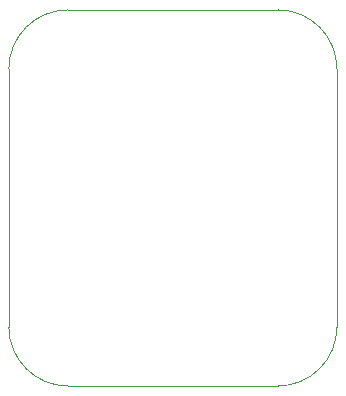
<source format=gbr>
%TF.GenerationSoftware,KiCad,Pcbnew,9.0.7*%
%TF.CreationDate,2026-01-27T19:55:09-08:00*%
%TF.ProjectId,gm_pogopin,676d5f70-6f67-46f7-9069-6e2e6b696361,rev?*%
%TF.SameCoordinates,Original*%
%TF.FileFunction,Profile,NP*%
%FSLAX46Y46*%
G04 Gerber Fmt 4.6, Leading zero omitted, Abs format (unit mm)*
G04 Created by KiCad (PCBNEW 9.0.7) date 2026-01-27 19:55:09*
%MOMM*%
%LPD*%
G01*
G04 APERTURE LIST*
%TA.AperFunction,Profile*%
%ADD10C,0.100000*%
%TD*%
G04 APERTURE END LIST*
D10*
X146050000Y-71200000D02*
X163830000Y-71200000D01*
X163830000Y-71200000D02*
G75*
G02*
X168830000Y-76200000I0J-5000000D01*
G01*
X168830000Y-98044000D02*
G75*
G02*
X163830000Y-103044000I-5000000J0D01*
G01*
X146050000Y-103044000D02*
G75*
G02*
X141050000Y-98044000I0J5000000D01*
G01*
X141050000Y-76200000D02*
G75*
G02*
X146050000Y-71200000I5000000J0D01*
G01*
X141050000Y-76200000D02*
X141050000Y-98044000D01*
X146050000Y-103044000D02*
X163830000Y-103044000D01*
X168830000Y-76200000D02*
X168830000Y-98044000D01*
M02*

</source>
